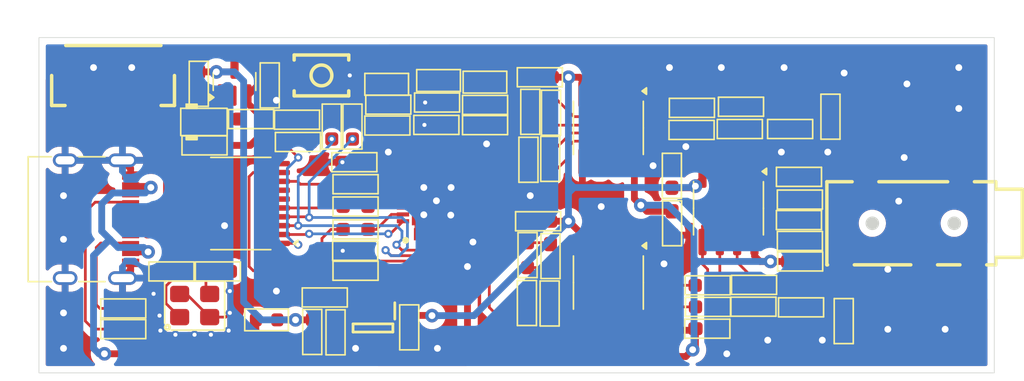
<source format=kicad_pcb>
(kicad_pcb (version 20241229) (generator "pcbnew") (generator_version "9.0")
  (layers (0 "F.Cu" signal) (2 "B.Cu" signal) (13 "F.Paste" user) (15 "B.Paste" user) (5 "F.SilkS" user "F.Silkscreen") (7 "B.SilkS" user "B.Silkscreen") (1 "F.Mask" user) (3 "B.Mask" user) (25 "Edge.Cuts" user))
  (net 0 "")
  (net 1 "/OSC_IN")
  (net 2 "GND")
  (net 3 "/OSC_OUT")
  (net 4 "+5V")
  (net 5 "+3.3V")
  (net 6 "/NRST")
  (net 7 "Net-(IC1-DVDD)")
  (net 8 "Net-(IC1-AVCC_L)")
  (net 9 "Net-(IC1-VCCA)")
  (net 10 "Net-(IC1-DVCC)")
  (net 11 "Net-(C17-Pad2)")
  (net 12 "/DACLB")
  (net 13 "/DACL")
  (net 14 "Net-(C18-Pad2)")
  (net 15 "Net-(C20-Pad2)")
  (net 16 "-5V")
  (net 17 "Net-(PS1-CFLY+)")
  (net 18 "Net-(PS1-CFLY-)")
  (net 19 "/DACRB")
  (net 20 "Net-(C19-Pad2)")
  (net 21 "/DACR")
  (net 22 "Net-(C22-Pad2)")
  (net 23 "Net-(U5A--)")
  (net 24 "Net-(U5A-+)")
  (net 25 "Net-(PS1-EN)")
  (net 26 "Net-(U5B--)")
  (net 27 "Net-(D3-A)")
  (net 28 "Net-(F1-Pad1)")
  (net 29 "Net-(C24-Pad2)")
  (net 30 "Net-(U5B-+)")
  (net 31 "Net-(C26-Pad2)")
  (net 32 "Net-(C27-Pad2)")
  (net 34 "/D-")
  (net 35 "/D+")
  (net 36 "/SWDIO")
  (net 37 "/SWCLK")
  (net 39 "/SCL")
  (net 41 "Net-(IC1-DATA_CLK)")
  (net 43 "/RESETB")
  (net 45 "/LRCK")
  (net 46 "/SCK")
  (net 47 "Net-(IC1-DATA2)")
  (net 49 "/DIN")
  (net 50 "/SDA")
  (net 51 "/BCK")
  (net 53 "Net-(J3-CC1)")
  (net 55 "Net-(J3-CC2)")
  (net 56 "Net-(IC1-ADDR)")
  (net 57 "Net-(IC1-XI(MCLK))")
  (net 59 "Net-(IC1-DATA1)")
  (footprint "PCM_Resistor_SMD_AKL:R_0603_1608Metric_Pad0.98x0.95mm_HandSolder" (layer "F.Cu") (at 121.221 36.5095 90)
    (property "Reference" "R16" (hide yes))
    (property "Value" "1k")
  )
  (footprint "PCM_Resistor_SMD_AKL:R_0603_1608Metric_Pad0.98x0.95mm_HandSolder" (layer "F.Cu") (at 106.999 29.3925)
    (property "Reference" "R5" (hide yes))
    (property "Value" "470")
  )
  (footprint "PCM_Resistor_SMD_AKL:R_0603_1608Metric_Pad0.98x0.95mm_HandSolder" (layer "F.Cu") (at 89.977 38.389)
    (property "Reference" "R3" (hide yes))
    (property "Value" "5.1k")
  )
  (footprint "PCM_Capacitor_SMD_AKL:C_0603_1608Metric_Pad1.05x0.95mm_HandSolder" (layer "F.Cu") (at 139.555 31.9205 180)
    (property "Reference" "C25" (hide yes))
    (property "Value" "?")
  )
  (footprint "PCM_Capacitor_SMD_AKL:C_0603_1608Metric_Pad1.05x0.95mm_HandSolder" (layer "F.Cu") (at 121.269 25.8985 90)
    (property "Reference" "C18" (hide yes))
    (property "Value" "2.7nF")
  )
  (footprint "PCM_Resistor_SMD_AKL:R_0603_1608Metric_Pad0.98x0.95mm_HandSolder" (layer "F.Cu") (at 119.602 32.9625 -90)
    (property "Reference" "R14" (hide yes))
    (property "Value" "1k")
  )
  (footprint "PCM_Capacitor_SMD_AKL:C_0603_1608Metric_Pad1.05x0.95mm_HandSolder" (layer "F.Cu") (at 136.155 36.7435)
    (property "Reference" "C24" (hide yes))
    (property "Value" "?")
  )
  (footprint "PCM_Resistor_SMD_AKL:R_0603_1608Metric_Pad0.98x0.95mm_HandSolder" (layer "F.Cu") (at 138.843 23.7095 180)
    (property "Reference" "R25" (hide yes))
    (property "Value" "51")
  )
  (footprint "PCM_Ferrite_SMD_Handsoldering_AKL:Ferrite_0603_1608Metric" (layer "F.Cu") (at 113.08 20.15)
    (property "Reference" "FB2" (hide yes))
    (property "Value" "120R" (hide yes))
  )
  (footprint "PCM_Resistor_SMD_AKL:R_0603_1608Metric_Pad0.98x0.95mm_HandSolder" (layer "F.Cu") (at 106.998 34.1095)
    (property "Reference" "R7" (hide yes))
    (property "Value" "470")
  )
  (footprint "PCM_Ferrite_SMD_Handsoldering_AKL:Ferrite_0603_1608Metric" (layer "F.Cu") (at 116.48 20.27 180)
    (property "Reference" "FB3" (hide yes))
    (property "Value" "120R" (hide yes))
  )
  (footprint "PCM_Capacitor_SMD_AKL:C_0603_1608Metric_Pad1.05x0.95mm_HandSolder" (layer "F.Cu") (at 112.974 21.7645)
    (property "Reference" "C9" (hide yes))
    (property "Value" "100nF")
  )
  (footprint "PCM_Resistor_SMD_AKL:R_0603_1608Metric_Pad0.98x0.95mm_HandSolder" (layer "F.Cu") (at 106.773 23.5305 90)
    (property "Reference" "R28" (hide yes))
    (property "Value" "4.7k")
  )
  (footprint "PCM_Fuse_US_Handsoldering_AKL:Fuse_0603_1608Metric" (layer "F.Cu") (at 100.48 37.71)
    (property "Reference" "F1" (hide yes))
    (property "Value" "500mA" (hide yes))
  )
  (footprint "PCM_Resistor_SMD_AKL:R_0603_1608Metric_Pad0.98x0.95mm_HandSolder" (layer "F.Cu") (at 103.8265 38.601 90)
    (property "Reference" "R8" (hide yes))
    (property "Value" "10k")
  )
  (footprint "PCM_Capacitor_SMD_AKL:C_0603_1608Metric_Pad1.05x0.95mm_HandSolder" (layer "F.Cu") (at 141.798 22.804 -90)
    (property "Reference" "C27" (hide yes))
    (property "Value" "100nF")
  )
  (footprint "PCM_Capacitor_SMD_AKL:C_0603_1608Metric_Pad1.05x0.95mm_HandSolder" (layer "F.Cu") (at 130.1925 30.623 90)
    (property "Reference" "C30" (hide yes))
    (property "Value" "100nF")
  )
  (footprint "PCM_Resistor_SMD_AKL:R_0603_1608Metric_Pad0.98x0.95mm_HandSolder" (layer "F.Cu") (at 106.999 27.7585)
    (property "Reference" "R4" (hide yes))
    (property "Value" "470")
  )
  (footprint "PCM_Capacitor_SMD_AKL:C_0603_1608Metric_Pad1.05x0.95mm_HandSolder" (layer "F.Cu") (at 93.511 34.1585 180)
    (property "Reference" "C1" (hide yes))
    (property "Value" "12pF")
  )
  (footprint "PCM_Capacitor_SMD_AKL:C_0603_1608Metric_Pad1.05x0.95mm_HandSolder" (layer "F.Cu") (at 95.933 24.9095)
    (property "Reference" "C13" (hide yes))
    (property "Value" "100nF")
  )
  (footprint "footprint:SOT95P280X125-6N" (layer "F.Cu") (at 108.275 38.305 -90)
    (property "Reference" "PS1" (hide yes))
    (property "Value" "SGM3204YN6G_TR" (hide yes))
  )
  (footprint "Package_SO:SOIC-8_3.9x4.9mm_P1.27mm" (layer "F.Cu") (at 125.525 34.975 -90)
    (property "Reference" "U4" (hide yes))
    (property "Value" "OPA1678")
  )
  (footprint "PCM_Capacitor_SMD_AKL:C_0603_1608Metric_Pad1.05x0.95mm_HandSolder" (layer "F.Cu") (at 135.155 23.7095)
    (property "Reference" "C22" (hide yes))
    (property "Value" "?")
  )
  (footprint "PCM_Resistor_SMD_AKL:R_0603_1608Metric_Pad0.98x0.95mm_HandSolder" (layer "F.Cu") (at 132.799 35.1775)
    (property "Reference" "R11" (hide yes))
    (property "Value" "1k")
  )
  (footprint "PCM_Capacitor_SMD_AKL:C_0603_1608Metric_Pad1.05x0.95mm_HandSolder" (layer "F.Cu") (at 105.533 38.6265 90)
    (property "Reference" "C14" (hide yes))
    (property "Value" "4.7uF")
  )
  (footprint "PCM_Capacitor_SMD_AKL:C_0603_1608Metric_Pad1.05x0.95mm_HandSolder" (layer "F.Cu") (at 130.177 27.1435 90)
    (property "Reference" "C33" (hide yes))
    (property "Value" "100nF")
  )
  (footprint "PCM_Capacitor_SMD_AKL:C_0603_1608Metric_Pad1.05x0.95mm_HandSolder" (layer "F.Cu") (at 120.502 19.9095 180)
    (property "Reference" "C31" (hide yes))
    (property "Value" "100nF")
  )
  (footprint "PCM_Capacitor_SMD_AKL:C_0603_1608Metric_Pad1.05x0.95mm_HandSolder" (layer "F.Cu") (at 100.711 20.5095 -90)
    (property "Reference" "C4" (hide yes))
    (property "Value" "10uF")
  )
  (footprint "PCM_Capacitor_SMD_AKL:C_0603_1608Metric_Pad1.05x0.95mm_HandSolder" (layer "F.Cu") (at 139.555 28.8865 180)
    (property "Reference" "C23" (hide yes))
    (property "Value" "?")
  )
  (footprint "PCM_Capacitor_SMD_AKL:C_0603_1608Metric_Pad1.05x0.95mm_HandSolder" (layer "F.Cu") (at 119.803 22.4475 -90)
    (property "Reference" "C17" (hide yes))
    (property "Value" "2.7nF")
  )
  (footprint "PCM_Resistor_SMD_AKL:R_0603_1608Metric_Pad0.98x0.95mm_HandSolder" (layer "F.Cu") (at 139.489 27.2185 180)
    (property "Reference" "R21" (hide yes))
    (property "Value" "1k")
  )
  (footprint "PCM_Capacitor_SMD_AKL:C_0603_1608Metric_Pad1.05x0.95mm_HandSolder" (layer "F.Cu") (at 116.489 21.9395 180)
    (property "Reference" "C7" (hide yes))
    (property "Value" "10uF")
  )
  (footprint "1MyLibrary:AUDIO-IN-SMD_PJ-327A_C22355751" (layer "F.Cu") (at 147.415 30.625 180)
    (property "Reference" "PJ1" (hide yes))
    (property "Value" "~")
    (fp_poly (pts (xy 3.05 0) (xy 3.029746 -0.140866) (xy 2.970627 -0.27032) (xy 2.87743 -0.377875) (xy 2.757708 -0.454816) (xy 2.621157 -0.494911) (xy 2.478843 -0.494911) (xy 2.342292 -0.454816) (xy 2.22257 -0.377875) (xy 2.129373 -0.27032) (xy 2.070254 -0.140866) (xy 2.05 0) (xy 2.070254 0.140866) (xy 2.129373 0.27032) (xy 2.22257 0.377875) (xy 2.342292 0.454816) (xy 2.478843 0.494911) (xy 2.621157 0.494911) (xy 2.757708 0.454816) (xy 2.87743 0.377875) (xy 2.970627 0.27032) (xy 3.029746 0.140866)) (fill yes) (layer "Edge.Cuts"))
    (fp_poly (pts (xy -2.95 0) (xy -2.970254 -0.140866) (xy -3.029373 -0.27032) (xy -3.12257 -0.377875) (xy -3.242292 -0.454816) (xy -3.378843 -0.494911) (xy -3.521157 -0.494911) (xy -3.657708 -0.454816) (xy -3.77743 -0.377875) (xy -3.870627 -0.27032) (xy -3.929746 -0.140866) (xy -3.95 0) (xy -3.929746 0.140866) (xy -3.870627 0.27032) (xy -3.77743 0.377875) (xy -3.657708 0.454816) (xy -3.521157 0.494911) (xy -3.378843 0.494911) (xy -3.242292 0.454816) (xy -3.12257 0.377875) (xy -3.029373 0.27032) (xy -2.970254 0.140866)) (fill yes) (layer "Edge.Cuts"))
  )
  (footprint "PCM_Capacitor_SMD_AKL:C_0603_1608Metric_Pad1.05x0.95mm_HandSolder" (layer "F.Cu") (at 109.333 23.4525)
    (property "Reference" "C12" (hide yes))
    (property "Value" "10uF")
  )
  (footprint "PCM_Resistor_SMD_AKL:R_0603_1608Metric_Pad0.98x0.95mm_HandSolder" (layer "F.Cu") (at 135.243 22.0755)
    (property "Reference" "R23" (hide yes))
    (property "Value" "1k")
  )
  (footprint "PCM_Resistor_SMD_AKL:R_0603_1608Metric_Pad0.98x0.95mm_HandSolder" (layer "F.Cu") (at 131.643 22.1585)
    (property "Reference" "R22" (hide yes))
    (property "Value" "1k")
  )
  (footprint "PCM_Capacitor_SMD_AKL:C_0603_1608Metric_Pad1.05x0.95mm_HandSolder" (layer "F.Cu") (at 102.711 23.0265)
    (property "Reference" "C5" (hide yes))
    (property "Value" "100nF")
  )
  (footprint "PCM_Resistor_SMD_AKL:R_0603_1608Metric_Pad0.98x0.95mm_HandSolder" (layer "F.Cu") (at 119.669 25.9645 90)
    (property "Reference" "R12" (hide yes))
    (property "Value" "1k")
  )
  (footprint "PCM_Resistor_SMD_AKL:R_0603_1608Metric_Pad0.98x0.95mm_HandSolder" (layer "F.Cu") (at 139.643 36.7925 180)
    (property "Reference" "R24" (hide yes))
    (property "Value" "51")
  )
  (footprint "PCM_Resistor_SMD_AKL:R_0603_1608Metric_Pad0.98x0.95mm_HandSolder" (layer "F.Cu") (at 131.621 23.7775)
    (property "Reference" "R20" (hide yes))
    (property "Value" "1k")
  )
  (footprint "PCM_Capacitor_SMD_AKL:C_0603_1608Metric_Pad1.05x0.95mm_HandSolder" (layer "F.Cu") (at 121.285 33.0285 -90)
    (property "Reference" "C19" (hide yes))
    (property "Value" "2.7nF")
  )
  (footprint "PCM_Capacitor_SMD_AKL:C_0603_1608Metric_Pad1.05x0.95mm_HandSolder" (layer "F.Cu") (at 120.377 30.4755 180)
    (property "Reference" "C29" (hide yes))
    (property "Value" "100nF")
  )
  (footprint "PCM_Capacitor_SMD_AKL:C_0603_1608Metric_Pad1.05x0.95mm_HandSolder" (layer "F.Cu") (at 109.399 21.9205)
    (property "Reference" "C11" (hide yes))
    (property "Value" "100nF")
  )
  (footprint "PCM_LED_SMD_AKL:LED_0805_2012Metric" (layer "F.Cu") (at 95.89 23.19)
    (property "Reference" "D3" (hide yes))
    (property "Value" "Power" (hide yes))
  )
  (footprint "PCM_Ferrite_SMD_Handsoldering_AKL:Ferrite_0603_1608Metric" (layer "F.Cu") (at 109.28 20.43)
    (property "Reference" "FB1" (hide yes))
    (property "Value" "120R" (hide yes))
  )
  (footprint "PCM_Capacitor_SMD_AKL:C_0603_1608Metric_Pad1.05x0.95mm_HandSolder" (layer "F.Cu") (at 112.921 23.4085)
    (property "Reference" "C10" (hide yes))
    (property "Value" "10uF")
  )
  (footprint "PCM_Resistor_SMD_AKL:R_0603_1608Metric_Pad0.98x0.95mm_HandSolder" (layer "F.Cu") (at 132.821 36.7585)
    (property "Reference" "R13" (hide yes))
    (property "Value" "1k")
  )
  (footprint "PCM_Resistor_SMD_AKL:R_0603_1608Metric_Pad0.98x0.95mm_HandSolder" (layer "F.Cu") (at 105.256 23.5305 90)
    (property "Reference" "R27" (hide yes))
    (property "Value" "4.7k")
  )
  (footprint "PCM_Resistor_SMD_AKL:R_0603_1608Metric_Pad0.98x0.95mm_HandSolder" (layer "F.Cu") (at 106.9735 32.643)
    (property "Reference" "R26" (hide yes))
    (property "Value" "10k")
  )
  (footprint "PCM_Resistor_SMD_AKL:R_0603_1608Metric_Pad0.98x0.95mm_HandSolder" (layer "F.Cu") (at 121.32 22.5135 -90)
    (property "Reference" "R10" (hide yes))
    (property "Value" "1k")
  )
  (footprint "PCM_Resistor_SMD_AKL:R_0603_1608Metric_Pad0.98x0.95mm_HandSolder" (layer "F.Cu") (at 89.977 36.872)
    (property "Reference" "R2" (hide yes))
    (property "Value" "5.1k")
  )
  (footprint "PCM_Resistor_SMD_AKL:R_0603_1608Metric_Pad0.98x0.95mm_HandSolder" (layer "F.Cu") (at 136.199 35.1435)
    (property "Reference" "R9" (hide yes))
    (property "Value" "1k")
  )
  (footprint "1MyLibrary:SW-SMD_L4.0-W3.0-LS4.8-1" (layer "F.Cu") (at 104.5001 19.7769)
    (property "Reference" "SW1" (hide yes))
    (property "Value" "RST")
  )
  (footprint "PCM_Capacitor_SMD_AKL:C_0603_1608Metric_Pad1.05x0.95mm_HandSolder" (layer "F.Cu") (at 96.911 34.1585)
    (property "Reference" "C2" (hide yes))
    (property "Value" "12pF")
  )
  (footprint "Connector_USB:USB_C_Receptacle_G-Switch_GT-USB-7010ASV" (layer "F.Cu") (at 86.795 30.325 -90)
    (property "Reference" "J3" (hide yes))
    (property "Value" "USB_C_Receptacle_USB2.0_16P")
  )
  (footprint "PCM_Resistor_SMD_AKL:R_0603_1608Metric_Pad0.98x0.95mm_HandSolder" (layer "F.Cu") (at 106.999 31.0755)
    (property "Reference" "R6" (hide yes))
    (property "Value" "470")
  )
  (footprint "PCM_Capacitor_SMD_AKL:C_0603_1608Metric_Pad1.05x0.95mm_HandSolder" (layer "F.Cu") (at 106.911 26.1435 180)
    (property "Reference" "C6" (hide yes))
    (property "Value" "2.2uF")
  )
  (footprint "PCM_Resistor_SMD_AKL:R_0603_1608Metric_Pad0.98x0.95mm_HandSolder" (layer "F.Cu") (at 99.3435 22.979 180)
    (property "Reference" "R18" (hide yes))
    (property "Value" "10k")
  )
  (footprint "PCM_Capacitor_SMD_AKL:C_0603_1608Metric_Pad1.05x0.95mm_HandSolder" (layer "F.Cu") (at 139.577 33.4265 180)
    (property "Reference" "C32" (hide yes))
    (property "Value" "100nF")
  )
  (footprint "PCM_Capacitor_SMD_AKL:C_0603_1608Metric_Pad1.05x0.95mm_HandSolder" (layer "F.Cu") (at 142.77 37.802 90)
    (property "Reference" "C26" (hide yes))
    (property "Value" "100nF")
  )
  (footprint "PCM_Capacitor_SMD_AKL:C_0603_1608Metric_Pad1.05x0.95mm_HandSolder" (layer "F.Cu") (at 110.933 38.2605 -90)
    (property "Reference" "C16" (hide yes))
    (property "Value" "4.7uF")
  )
  (footprint "Package_TO_SOT_SMD:SOT-23" (layer "F.Cu") (at 98.13 20.225 90)
    (property "Reference" "U2" (hide yes))
    (property "Value" "ME6210A33M3G")
  )
  (footprint "PCM_Resistor_SMD_AKL:R_0603_1608Metric_Pad0.98x0.95mm_HandSolder" (layer "F.Cu") (at 102.777 24.6605)
    (property "Reference" "R1" (hide yes))
    (property "Value" "10k")
  )
  (footprint "PCM_Crystal_AKL:Crystal_SMD_3225-4Pin_3.2x2.5mm" (layer "F.Cu") (at 95.21 36.66)
    (property "Reference" "X1" (hide yes))
    (property "Value" "8M" (hide yes))
  )
  (footprint "PCM_Capacitor_SMD_AKL:C_0603_1608Metric_Pad1.05x0.95mm_HandSolder" (layer "F.Cu") (at 116.489 23.4225 180)
    (property "Reference" "C8" (hide yes))
    (property "Value" "100nF")
  )
  (footprint "PCM_Capacitor_SMD_AKL:C_0603_1608Metric_Pad1.05x0.95mm_HandSolder" (layer "F.Cu") (at 104.7435 36.067 180)
    (property "Reference" "C15" (hide yes))
    (property "Value" "4.7uF")
  )
  (footprint "footprint:SM07B-SRSS-TB" (layer "F.Cu") (at 93.731 17.58233 180)
    (property "Reference" "J1" (hide yes))
    (property "Value" "SM07B-SRSS-TB__LF__SN_" (hide yes))
  )
  (footprint "PCM_Capacitor_SMD_AKL:C_0603_1608Metric_Pad1.05x0.95mm_HandSolder" (layer "F.Cu") (at 132.777 38.3585 180)
    (property "Reference" "C28" (hide yes))
    (property "Value" "100nF")
  )
  (footprint "Package_SO:TSSOP-20_4.4x6.5mm_P0.65mm" (layer "F.Cu") (at 98.59 29.175 180)
    (property "Reference" "U1" (hide yes))
    (property "Value" "CH32V305FBP6")
  )
  (footprint "PCM_Resistor_SMD_AKL:R_0603_1608Metric_Pad0.98x0.95mm_HandSolder" (layer "F.Cu") (at 139.489 30.3885 180)
    (property "Reference" "R15" (hide yes))
    (property "Value" "1k")
  )
  (footprint "PCM_Capacitor_SMD_AKL:C_0603_1608Metric_Pad1.05x0.95mm_HandSolder" (layer "F.Cu") (at 119.555 36.4755 90)
    (property "Reference" "C20" (hide yes))
    (property "Value" "2.7nF")
  )
  (footprint "PCM_Capacitor_SMD_AKL:C_0603_1608Metric_Pad1.05x0.95mm_HandSolder" (layer "F.Cu") (at 95.511 20.3925 -90)
    (property "Reference" "C3" (hide yes))
    (property "Value" "10uF")
  )
  (footprint "footprint:QFN50P500X500X90-29N-D" (layer "F.Cu") (at 112.925 28.975 90)
    (property "Reference" "IC1" (hide yes))
    (property "Value" "ES9018K2M" (hide yes))
  )
  (footprint "Package_SO:SOIC-8_3.9x4.9mm_P1.27mm" (layer "F.Cu") (at 125.525 23.625 -90)
    (property "Reference" "U3" (hide yes))
    (property "Value" "OPA1678")
  )
  (footprint "Package_SO:SOIC-8_3.9x4.9mm_P1.27mm" (layer "F.Cu") (at 134.325 29.525 -90)
    (property "Reference" "U5" (hide yes))
    (property "Value" "OPA1678")
  )
  (gr_rect (start 83.8 17) (end 153.8 41.6) (stroke (width 0.05)) (fill no) (layer "Edge.Cuts"))
  (segment (start 96.85 31.45) (end 97.2 31.8) (width 0.2) (layer "F.Cu") (net 1))
  (segment (start 96.036 34.1585) (end 96.036 35.536) (width 0.2) (layer "F.Cu") (net 1))
  (segment (start 97.2 32.9945) (end 96.036 34.1585) (width 0.2) (layer "F.Cu") (net 1))
  (segment (start 96.036 35.536) (end 96.31 35.81) (width 0.2) (layer "F.Cu") (net 1))
  (segment (start 97.2 31.8) (end 97.2 32.9945) (width 0.2) (layer "F.Cu") (net 1))
  (segment (start 95.7275 31.45) (end 96.85 31.45) (width 0.2) (layer "F.Cu") (net 1))
  (segment (start 92.636 37.4) (end 92.636 38.436) (width 0.2) (layer "F.Cu") (net 2))
  (segment (start 94.11 35.81) (end 94.61 35.81) (width 0.2) (layer "F.Cu") (net 2))
  (segment (start 92.7 38.5) (end 93 38.8) (width 0.2) (layer "F.Cu") (net 2))
  (segment (start 97.476 37.51) (end 97.786 37.2) (width 0.2) (layer "F.Cu") (net 2))
  (segment (start 92.2 36.964) (end 92.636 37.4) (width 0.2) (layer "F.Cu") (net 2))
  (segment (start 97.786 37.2) (end 97.786 35.6) (width 0.2) (layer "F.Cu") (net 2))
  (segment (start 90.52 27.125) (end 90.52 26.605) (width 0.5) (layer "F.Cu") (net 2))
  (segment (start 97.786 35.6) (end 97.786 34.1585) (width 0.2) (layer "F.Cu") (net 2))
  (segment (start 97.786 38.414) (end 97.7 38.5) (width 0.2) (layer "F.Cu") (net 2))
  (segment (start 97.4 38.8) (end 97.7 38.5) (width 0.2) (layer "F.Cu") (net 2))
  (segment (start 111.425 30.475) (end 112.925 28.975) (width 0.2) (layer "F.Cu") (net 2))
  (segment (start 92.636 34.1585) (end 92.2 34.5945) (width 0.2) (layer "F.Cu") (net 2))
  (segment (start 90.52 26.605) (end 89.92 26.005) (width 0.5) (layer "F.Cu") (net 2))
  (segment (start 113.975 30.025) (end 112.925 28.975) (width 0.2) (layer "F.Cu") (net 2))
  (segment (start 113.425 28.475) (end 112.925 28.975) (width 0.2) (layer "F.Cu") (net 2))
  (segment (start 96.31 37.51) (end 97.476 37.51) (width 0.2) (layer "F.Cu") (net 2))
  (segment (start 115.375 30.475) (end 114.425 30.475) (width 0.2) (layer "F.Cu") (net 2))
  (segment (start 114.425 30.475) (end 113.975 30.025) (width 0.2) (layer "F.Cu") (net 2))
  (segment (start 93.8 38.8) (end 95.2 38.8) (width 0.2) (layer "F.Cu") (net 2))
  (segment (start 111.925 26.525) (end 111.925 27.975) (width 0.2) (layer "F.Cu") (net 2))
  (segment (start 115.375 30.475) (end 115.375 31.775) (width 0.2) (layer "F.Cu") (net 2))
  (segment (start 92.2 35.8) (end 92.2 36.964) (width 0.2) (layer "F.Cu") (net 2))
  (segment (start 95.7275 30.8) (end 97.4 30.8) (width 0.5) (layer "F.Cu") (net 2))
  (segment (start 96.4 38.8) (end 97.4 38.8) (width 0.2) (layer "F.Cu") (net 2))
  (segment (start 90.52 33.525) (end 90.52 34.045) (width 0.5) (layer "F.Cu") (net 2))
  (segment (start 115.375 31.775) (end 115.6 32) (width 0.2) (layer "F.Cu") (net 2))
  (segment (start 90.52 34.045) (end 89.92 34.645) (width 0.5) (layer "F.Cu") (net 2))
  (segment (start 115.375 28.975) (end 112.925 28.975) (width 0.2) (layer "F.Cu") (net 2))
  (segment (start 95.2 38.8) (end 96.4 38.8) (width 0.2) (layer "F.Cu") (net 2))
  (segment (start 115.375 28.475) (end 113.425 28.475) (width 0.2) (layer "F.Cu") (net 2))
  (segment (start 94.61 35.81) (end 96.31 37.51) (width 0.2) (layer "F.Cu") (net 2))
  (segment (start 92.636 38.436) (end 92.7 38.5) (width 0.2) (layer "F.Cu") (net 2))
  (segment (start 97.786 37.2) (end 97.786 38.414) (width 0.2) (layer "F.Cu") (net 2))
  (segment (start 93 38.8) (end 93.8 38.8) (width 0.2) (layer "F.Cu") (net 2))
  (segment (start 92.2 34.5945) (end 92.2 35.8) (width 0.2) (layer "F.Cu") (net 2))
  (segment (start 111.425 31.425) (end 111.425 30.475) (width 0.2) (layer "F.Cu") (net 2))
  (segment (start 111.925 27.975) (end 112.925 28.975) (width 0.2) (layer "F.Cu") (net 2))
  (via (at 141.2 39.2) (size 1) (drill 0.5) (layers "F.Cu" "B.Cu") (net 2))
  (via (at 92.636 37.4) (size 0.6) (drill 0.3) (layers "F.Cu" "B.Cu") (net 2))
  (via (at 90.6 19.2) (size 1) (drill 0.5) (layers "F.Cu" "B.Cu") (net 2))
  (via (at 112.099 21.7645) (size 0.6) (drill 0.3) (layers "F.Cu" "B.Cu") (net 2))
  (via (at 92.7 38.5) (size 0.6) (drill 0.3) (layers "F.Cu" "B.Cu") (net 2))
  (via (at 142.8 19.6) (size 1) (drill 0.5) (layers "F.Cu" "B.Cu") (net 2))
  (via (at 138.2 25.4) (size 1) (drill 0.5) (layers "F.Cu" "B.Cu") (net 2))
  (via (at 109.4 25.4) (size 1) (drill 0.5) (layers "F.Cu" "B.Cu") (net 2))
  (via (at 113 39.8) (size 1) (drill 0.5) (layers "F.Cu" "B.Cu") (net 2))
  (via (at 151.2 19.2) (size 1) (drill 0.5) (layers "F.Cu" "B.Cu") (net 2))
  (via (at 146 34) (size 1) (drill 0.5) (layers "F.Cu" "B.Cu") (net 2))
  (via (at 134.2 40.2) (size 1) (drill 0.5) (layers "F.Cu" "B.Cu") (net 2))
  (via (at 101.2 35.6) (size 1) (drill 0.5) (layers "F.Cu" "B.Cu") (net 2))
  (via (at 133.8 19.2) (size 1) (drill 0.5) (layers "F.Cu" "B.Cu") (net 2))
  (via (at 115.6 32) (size 1) (drill 0.5) (layers "F.Cu" "B.Cu") (net 2))
  (via (at 137.2 39.2) (size 1) (drill 0.5) (layers "F.Cu" "B.Cu") (net 2))
  (via (at 129.6 33.6) (size 1) (drill 0.5) (layers "F.Cu" "B.Cu") (net 2))
  (via (at 113.975 30.025) (size 1) (drill 0.5) (layers "F.Cu" "B.Cu") (net 2))
  (via (at 101.2 21.6) (size 1) (drill 0.5) (layers "F.Cu" "B.Cu") (net 2))
  (via (at 97.7 38.5) (size 0.6) (drill 0.3) (layers "F.Cu" "B.Cu") (net 2))
  (via (at 96.4 38.8) (size 0.6) (drill 0.3) (layers "F.Cu" "B.Cu") (net 2))
  (via (at 114 28) (size 1) (drill 0.5) (layers "F.Cu" "B.Cu") (net 2))
  (via (at 147.2 25.8) (size 1) (drill 0.5) (layers "F.Cu" "B.Cu") (net 2))
  (via (at 93.8 38.8) (size 0.6) (drill 0.3) (layers "F.Cu" "B.Cu") (net 2))
  (via (at 106.5752 19.7769) (size 0.6) (drill 0.3) (layers "F.Cu" "B.Cu") (net 2))
  (via (at 92.2 35.8) (size 0.6) (drill 0.3) (layers "F.Cu" "B.Cu") (net 2))
  (via (at 85.6 39.8) (size 1) (drill 0.5) (layers "F.Cu" "B.Cu") (net 2))
  (via (at 115.2 33.8) (size 1) (drill 0.5) (layers "F.Cu" "B.Cu") (net 2))
  (via (at 119.8 28.6) (size 1) (drill 0.5) (layers "F.Cu" "B.Cu") (net 2))
  (via (at 130 19.2) (size 1) (drill 0.5) (layers "F.Cu" "B.Cu") (net 2))
  (via (at 150.2 38.4) (size 1) (drill 0.5) (layers "F.Cu" "B.Cu") (net 2))
  (via (at 95.2 38.8) (size 0.6) (drill 0.3) (layers "F.Cu" "B.Cu") (net 2))
  (via (at 97.786 37.2) (size 0.6) (drill 0.3) (layers "F.Cu" "B.Cu") (net 2))
  (via (at 107 39.8) (size 1) (drill 0.5) (layers "F.Cu" "B.Cu") (net 2))
  (via (at 151.2 22.2) (size 1) (drill 0.5) (layers "F.Cu" "B.Cu") (net 2))
  (via (at 106.036 26.1435) (size 0.6) (drill 0.3) (layers "F.Cu" "B.Cu") (net 2))
  (via (at 85.6 37.2) (size 1) (drill 0.5) (layers "F.Cu" "B.Cu") (net 2))
  (via (at 138.4 19.2) (size 1) (drill 0.5) (layers "F.Cu" "B.Cu") (net 2))
  (via (at 146 38.4) (size 1) (drill 0.5) (layers "F.Cu" "B.Cu") (net 2))
  (via (at 97.786 35.6) (size 0.6) (drill 0.3) (layers "F.Cu" "B.Cu") (net 2))
  (via (at 87.8 19.2) (size 1) (drill 0.5) (layers "F.Cu" "B.Cu") (net 2))
  (via (at 112.046 23.4085) (size 0.6) (drill 0.3) (layers "F.Cu" "B.Cu") (net 2))
  (via (at 125 29.4) (size 1) (drill 0.5) (layers "F.Cu" "B.Cu") (net 2))
  (via (at 112 30) (size 1) (drill 0.5) (layers "F.Cu" "B.Cu") (net 2))
  (via (at 85.6 31.8) (size 1) (drill 0.5) (layers "F.Cu" "B.Cu") (net 2))
  (via (at 128.8 26.4) (size 1) (drill 0.5) (layers "F.Cu" "B.Cu") (net 2))
  (via (at 97.4 30.8) (size 1) (drill 0.5) (layers "F.Cu" "B.Cu") (net 2))
  (via (at 112.925 28.975) (size 1) (drill 0.5) (layers "F.Cu" "B.Cu") (net 2))
  (via (at 85.6 28.6) (size 1) (drill 0.5) (layers "F.Cu" "B.Cu") (net 2))
  (via (at 116.6 24.8) (size 1) (drill 0.5) (layers "F.Cu" "B.Cu") (net 2))
  (via (at 131.2 25) (size 1) (drill 0.5) (layers "F.Cu" "B.Cu") (net 2))
  (via (at 146.8 29) (size 1) (drill 0.5) (layers "F.Cu" "B.Cu") (net 2))
  (via (at 141.6 25.4) (size 1) (drill 0.5) (layers "F.Cu" "B.Cu") (net 2))
  (via (at 147.4 20.4) (size 1) (drill 0.5) (layers "F.Cu" "B.Cu") (net 2))
  (via (at 112 28) (size 1) (drill 0.5) (layers "F.Cu" "B.Cu") (net 2))
  (via (at 106.061 32.643) (size 0.6) (drill 0.3) (layers "F.Cu" "B.Cu") (net 2))
  (segment (start 95.7275 32.1) (end 94.9 32.1) (width 0.2) (layer "F.Cu") (net 3))
  (segment (start 93.109 35.22484) (end 93.109 36.509) (width 0.2) (layer "F.Cu") (net 3))
  (segment (start 94.17534 34.1585) (end 93.109 35.22484) (width 0.2) (layer "F.Cu") (net 3))
  (segment (start 94.9 32.1) (end 94.386 32.614) (width 0.2) (layer "F.Cu") (net 3))
  (segment (start 93.109 36.509) (end 94.11 37.51) (width 0.2) (layer "F.Cu") (net 3))
  (segment (start 94.386 32.614) (end 94.386 34.1585) (width 0.2) (layer "F.Cu") (net 3))
  (segment (start 94.386 34.1585) (end 94.17534 34.1585) (width 0.2) (layer "F.Cu") (net 3))
  (segment (start 108 35.6) (end 108.55 35.6) (width 0.5) (layer "F.Cu") (net 4))
  (segment (start 127.43 27.125) (end 127.43 28.83) (width 0.5) (layer "F.Cu") (net 4))
  (segment (start 127.9 29.3) (end 128.348 29.748) (width 0.5) (layer "F.Cu") (net 4))
  (segment (start 108.275 35.875) (end 108.275 37.055) (width 0.5) (layer "F.Cu") (net 4))
  (segment (start 131.2 40.4) (end 115.8 40.4) (width 0.5) (layer "F.Cu") (net 4))
  (segment (start 131.7 39.9) (end 131.2 40.4) (width 0.5) (layer "F.Cu") (net 4))
  (segment (start 131.902 39.698) (end 131.7 39.9) (width 0.5) (layer "F.Cu") (net 4))
  (segment (start 128.348 29.748) (end 130.1925 29.748) (width 0.5) (layer "F.Cu") (net 4))
  (segment (start 115.2 36.2) (end 114.6 35.6) (width 0.5) (layer "F.Cu") (net 4))
  (segment (start 97.9 19.5175) (end 98.13 19.2875) (width 0.5) (layer "F.Cu") (net 4))
  (segment (start 96.8 19.5175) (end 97.9 19.5175) (width 0.5) (layer "F.Cu") (net 4))
  (segment (start 105.6185 36.067) (end 106.0855 35.6) (width 0.5) (layer "F.Cu") (net 4))
  (segment (start 103.997 37.6885) (end 105.6185 36.067) (width 0.5) (layer "F.Cu") (net 4))
  (segment (start 95.511 19.5175) (end 96.8 19.5175) (width 0.5) (layer "F.Cu") (net 4))
  (segment (start 136.6315 33.4265) (end 136.23 33.025) (width 0.5) (layer "F.Cu") (net 4))
  (segment (start 127.43 38.475) (end 131.7855 38.475) (width 0.5) (layer "F.Cu") (net 4))
  (segment (start 115.8 40.4) (end 115.2 39.8) (width 0.5) (layer "F.Cu") (net 4))
  (segment (start 108.55 35.6) (end 108.275 35.875) (width 0.5) (layer "F.Cu") (net 4))
  (segment (start 131.902 38.3585) (end 131.902 39.698) (width 0.5) (layer "F.Cu") (net 4))
  (segment (start 103.8265 37.6885) (end 103.997 37.6885) (width 0.5) (layer "F.Cu") (net 4))
  (segment (start 115.2 39.8) (end 115.2 36.2) (width 0.5) (layer "F.Cu") (net 4))
  (segment (start 127.43 28.83) (end 127.9 29.3) (width 0.5) (layer "F.Cu") (net 4))
  (segment (start 108 35.6) (end 108.275 35.875) (width 0.5) (layer "F.Cu") (net 4))
  (segment (start 114.6 35.6) (end 108.55 35.6) (width 0.5) (layer "F.Cu") (net 4))
  (segment (start 103.805 37.71) (end 103.8265 37.6885) (width 0.5) (layer "F.Cu") (net 4))
  (segment (start 102.6 37.71) (end 103.805 37.71) (width 0.5) (layer "F.Cu") (net 4))
  (segment (start 101.2675 37.71) (end 102.6 37.71) (width 0.5) (layer "F.Cu") (net 4))
  (segment (start 137.4 33.4265) (end 136.6315 33.4265) (width 0.5) (layer "F.Cu") (net 4))
  (segment (start 131.7855 38.475) (end 131.902 38.3585) (width 0.5) (layer "F.Cu") (net 4))
  (segment (start 138.702 33.4265) (end 137.4 33.4265) (width 0.5) (layer "F.Cu") (net 4))
  (segment (start 106.0855 35.6) (end 108 35.6) (width 0.5) (layer "F.Cu") (net 4))
  (via (at 102.6 37.71) (size 1) (drill 0.5) (layers "F.Cu" "B.Cu") (net 4))
  (via (at 137.4 33.4265) (size 1) (drill 0.5) (layers "F.Cu" "B.Cu") (net 4))
  (via (at 131.7 39.9) (size 1) (drill 0.5) (layers "F.Cu" "B.Cu") (net 4))
  (via (at 127.9 29.3) (size 1) (drill 0.5) (layers "F.Cu" "B.Cu") (net 4))
  (via (at 96.8 19.5175) (size 1) (drill 0.5) (layers "F.Cu" "B.Cu") (net 4))
  (segment (start 132.0265 33.4265) (end 131.8 33.2) (width 0.5) (layer "B.Cu") (net 4))
  (segment (start 131.7 39.9) (end 131.8 39.8) (width 0.5) (layer "B.Cu") (net 4))
  (segment (start 131.8 33.2) (end 131.8 31.2) (width 0.5) (layer "B.Cu") (net 4))
  (segment (start 131.8 33.8) (end 131.8 33.2) (width 0.5) (layer "B.Cu") (net 4))
  (segment (start 98.8 36.4) (end 98.8 20.2) (width 0.5) (layer "B.Cu") (net 4))
  (segment (start 129.9 29.3) (end 127.9 29.3) (width 0.5) (layer "B.Cu") (net 4))
  (segment (start 98.8 20.2) (end 98.1175 19.5175) (width 0.5) (layer "B.Cu") (net 4))
  (segment (start 131.8 39.8) (end 131.8 33.8) (width 0.5) (layer "B.Cu") (net 4))
  (segment (start 98.1175 19.5175) (end 96.8 19.5175) (width 0.5) (layer "B.Cu") (net 4))
  (segment (start 132.0265 33.4265) (end 132.0265 33.5735) (width 0.5) (layer "B.Cu") (net 4))
  (segment (start 100.11 37.71) (end 98.8 36.4) (width 0.5) (layer "B.Cu") (net 4))
  (segment (start 102.6 37.71) (end 100.11 37.71) (width 0.5) (layer "B.Cu") (net 4))
  (segment (start 137.4 33.4265) (end 132.0265 33.4265) (width 0.5) (layer "B.Cu") (net 4))
  (segment (start 132.0265 33.5735) (end 131.8 33.8) (width 0.5) (layer "B.Cu") (net 4))
  (segment (start 131.8 31.2) (end 129.9 29.3) (width 0.5) (layer "B.Cu") (net 4))
  (segment (start 111.4 18.6) (end 112 19.2) (width 0.5) (layer "F.Cu") (net 5))
  (segment (start 97.2 25.3015) (end 96.808 24.9095) (width 0.5) (layer "F.Cu") (net 5))
  (segment (start 99.08 21.1625) (end 99.08 21.803) (width 0.5) (layer "F.Cu") (net 5))
  (segment (start 97.2 27.8) (end 97.2 25.3015) (width 0.5) (layer "F.Cu") (net 5))
  (segment (start 106.773 22.1495) (end 108.4925 20.43) (width 0.5) (layer "F.Cu") (net 5))
  (segment (start 105.256 22.618) (end 106.773 22.618) (width 0.5) (layer "F.Cu") (net 5))
  (segment (start 100.711 19.6345) (end 100.711 18.489) (width 0.5) (layer "F.Cu") (net 5))
  (segment (start 99.08 21.803) (end 100.256 22.979) (width 0.5) (layer "F.Cu") (net 5))
  (segment (start 112.2925 20.15) (end 112.2925 19.5075) (width 0.5) (layer "F.Cu") (net 5))
  (segment (start 108.4925 19.3075) (end 108.9 18.9) (width 0.5) (layer "F.Cu") (net 5))
  (segment (start 113.2 18.6) (end 116.4 18.6) (width 0.5) (layer "F.Cu") (net 5))
  (segment (start 108.4925 20.43) (end 108.4925 19.3075) (width 0.5) (layer "F.Cu") (net 5))
  (segment (start 108.9 18.9) (end 109.2 18.6) (width 0.5) (layer "F.Cu") (net 5))
  (segment (start 112 19.2) (end 112.6 19.2) (width 0.5) (layer "F.Cu") (net 5))
  (segment (start 100.711 18.489) (end 101.2 18) (width 0.5) (layer "F.Cu") (net 5))
  (segment (start 106.773 22.618) (end 106.773 22.1495) (width 0.5) (layer "F.Cu") (net 5))
  (segment (start 112.7 19.1) (end 113.2 18.6) (width 0.5) (layer "F.Cu") (net 5))
  (segment (start 109 18.4) (end 109.2 18.6) (width 0.5) (layer "F.Cu") (net 5))
  (segment (start 109.2 18.6) (end 111.4 18.6) (width 0.5) (layer "F.Cu") (net 5))
  (segment (start 112.6 19.2) (end 112.7 19.1) (width 0.5) (layer "F.Cu") (net 5))
  (segment (start 103.6895 24.428266) (end 105.256 22.861766) (width 0.5) (layer "F.Cu") (net 5))
  (segment (start 112 19.2) (end 112.2925 19.4925) (width 0.5) (layer "F.Cu") (net 5))
  (segment (start 105.256 22.861766) (end 105.256 22.618) (width 0.5) (layer "F.Cu") (net 5))
  (segment (start 109 18.4) (end 109 18.8) (width 0.5) (layer "F.Cu") (net 5))
  (segment (start 112.2925 19.4925) (end 112.2925 20.15) (width 0.5) (layer "F.Cu") (net 5))
  (segment (start 109 18.8) (end 108.9 18.9) (width 0.5) (layer "F.Cu") (net 5))
  (segment (start 99.2905 24.9095) (end 100.256 23.944) (width 0.5) (layer "F.Cu") (net 5))
  (segment (start 101.2 18) (end 108.6 18) (width 0.5) (layer "F.Cu") (net 5))
  (segment (start 96.8 28.2) (end 97.2 27.8) (width 0.5) (layer "F.Cu") (net 5))
  (segment (start 100.256 23.944) (end 100.256 22.979) (width 0.5) (layer "F.Cu") (net 5))
  (segment (start 99.183 21.1625) (end 100.711 19.6345) (width 0.5) (layer "F.Cu") (net 5))
  (segment (start 99.08 21.1625) (end 99.183 21.1625) (width 0.5) (layer "F.Cu") (net 5))
  (segment (start 108.6 18) (end 109 18.4) (width 0.5) (layer "F.Cu") (net 5))
  (segment (start 96.808 24.9095) (end 99.2905 24.9095) (width 0.5) (layer "F.Cu") (net 5))
  (segment (start 116.4 18.6) (end 117.2675 19.4675) (width 0.5) (layer "F.Cu") (net 5))
  (segment (start 117.2675 19.4675) (end 117.2675 20.27) (width 0.5) (layer "F.Cu") (net 5))
  (segment (start 103.6895 24.6605) (end 103.6895 24.428266) (width 0.5) (layer "F.Cu") (net 5))
  (segment (start 95.7275 28.2) (end 96.8 28.2) (width 0.5) (layer "F.Cu") (net 5))
  (segment (start 112.2925 19.5075) (end 112.7 19.1) (width 0.5) (layer "F.Cu") (net 5))
  (segment (start 101.836 22.964) (end 102.425 22.375) (width 0.2) (layer "F.Cu") (net 6))
  (segment (start 101.836 24.632) (end 101.8645 24.6605) (width 0.2) (layer "F.Cu") (net 6))
  (segment (start 102.699997 32.1) (end 101.4525 32.1) (width 0.2) (layer "F.Cu") (net 6))
  (segment (start 101.8645 24.6605) (end 101.8645 24.8645) (width 0.2) (layer "F.Cu") (net 6))
  (segment (start 101.836 23.0265) (end 101.836 22.964) (width 0.2) (layer "F.Cu") (net 6))
  (segment (start 102.425 22.375) (end 102.425 19.7769) (width 0.2) (layer "F.Cu") (net 6))
  (segment (start 101.8645 24.8645) (end 102.8 25.8) (width 0.2) (layer "F.Cu") (net 6))
  (segment (start 101.836 23.0265) (end 101.836 24.632) (width 0.2) (layer "F.Cu") (net 6))
  (segment (start 102.8 32.200003) (end 102.699997 32.1) (width 0.2) (layer "F.Cu") (net 6))
  (via (at 102.8 25.8) (size 0.6) (drill 0.3) (layers "F.Cu" "B.Cu") (net 6))
  (via (at 102.8 32.200003) (size 0.6) (drill 0.3) (layers "F.Cu" "B.Cu") (net 6))
  (segment (start 102 26.6) (end 102.8 25.8) (width 0.2) (layer "B.Cu") (net 6))
  (segment (start 102.8 32.200003) (end 102.600003 32.200003) (width 0.2) (layer "B.Cu") (net 6))
  (segment (start 102.600003 32.200003) (end 102 31.6) (width 0.2) (layer "B.Cu") (net 6))
  (segment (start 102 31.6) (end 102 26.6) (width 0.2) (layer "B.Cu") (net 6))
  (segment (start 107.786 26.1435) (end 108.1675 26.525) (width 0.2) (layer "F.Cu") (net 7))
  (segment (start 108.1675 26.525) (end 111.425 26.525) (width 0.2) (layer "F.Cu") (net 7))
  (segment (start 115.614 25.786) (end 115.614 23.4225) (width 0.2) (layer "F.Cu") (net 8))
  (segment (start 115.6925 20.27) (end 115.6925 21.861) (width 0.2) (layer "F.Cu") (net 8))
  (segment (start 114.875 26.525) (end 115.614 25.786) (width 0.2) (layer "F.Cu") (net 8))
  (segment (start 115.614 23.4225) (end 115.614 21.9395) (width 0.2) (layer "F.Cu") (net 8))
  (segment (start 113.925 26.525) (end 114.425 26.525) (width 0.2) (layer "F.Cu") (net 8))
  (segment (start 114.425 26.525) (end 114.875 26.525) (width 0.2) (layer "F.Cu") (net 8))
  (segment (start 115.6925 21.861) (end 115.614 21.9395) (width 0.2) (layer "F.Cu") (net 8))
  (segment (start 113.425 24.975) (end 113.796 24.604) (width 0.2) (layer "F.Cu") (net 9))
  (segment (start 113.849 21.7645) (end 113.849 23.3555) (width 0.2) (layer "F.Cu") (net 9))
  (segment (start 113.425 26.525) (end 113.425 24.975) (width 0.2) (layer "F.Cu") (net 9))
  (segment (start 113.796 24.604) (end 113.796 23.4085) (width 0.2) (layer "F.Cu") (net 9))
  (segment (start 113.849 23.3555) (end 113.796 23.4085) (width 0.2) (layer "F.Cu") (net 9))
  (segment (start 113.8675 21.746) (end 113.849 21.7645) (width 0.2) (layer "F.Cu") (net 9))
  (segment (start 113.8675 20.15) (end 113.8675 21.746) (width 0.2) (layer "F.Cu") (net 9))
  (segment (start 110.0675 20.43) (end 110.0675 21.714) (width 0.2) (layer "F.Cu") (net 10))
  (segment (start 112.925 25.325) (end 112.4 24.8) (width 0.2) (layer "F.Cu") (net 10))
  (segment (start 110.8 24.8) (end 110.208 24.208) (width 0.2) (layer "F.Cu") (net 10))
  (segment (start 112.4 24.8) (end 110.8 24.8) (width 0.2) (layer "F.Cu") (net 10))
  (segment (start 110.208 24.208) (end 110.208 23.4525) (width 0.2) (layer "F.Cu") (net 10))
  (segment (start 110.0675 21.714) (end 110.274 21.9205) (width 0.2) (layer "F.Cu") (net 10))
  (segment (start 112.925 26.525) (end 112.925 25.325) (width 0.2) (layer "F.Cu") (net 10))
  (segment (start 110.274 21.9205) (end 110.274 23.3865) (width 0.2) (layer "F.Cu") (net 10))
  (segment (start 110.274 23.3865) (end 110.208 23.4525) (width 0.2) (layer "F.Cu") (net 10))
  (segment (start 127.4 23) (end 127.43 22.97) (width 0.2) (layer "F.Cu") (net 11))
  (segment (start 121.2165 23.3225) (end 121.32 23.426) (width 0.2) (layer "F.Cu") (net 11))
  (segment (start 126.974 23.426) (end 127.4 23) (width 0.2) (layer "F.Cu") (net 11))
  (segment (start 130.7305 22.1585) (end 128.2415 22.1585) (width 0.2) (layer "F.Cu") (net 11))
  (segment (start 127.43 22.97) (end 127.43 22.8) (width 0.2) (layer "F.Cu") (net 11))
  (segment (start 121.32 23.426) (end 126.974 23.426) (width 0.2) (layer "F.Cu") (net 11))
  (segment (start 127.6 22.8) (end 127.4 23) (width 0.2) (layer "F.Cu") (net 11))
  (segment (start 127.43 22.8) (end 127.43 21.15) (width 0.2) (layer "F.Cu") (net 11))
  (segment (start 128.2415 22.1585) (end 127.6 22.8) (width 0.2) (layer "F.Cu") (net 11))
  (segment (start 127.43 22.8) (end 127.6 22.8) (width 0.2) (layer "F.Cu") (net 11))
  (segment (start 119.803 23.3225) (end 121.2165 23.3225) (width 0.2) (layer "F.Cu") (net 11))
  (segment (start 118.6 24.4) (end 118.6 22.2) (width 0.2) (layer "F.Cu") (net 12))
  (segment (start 118.6 22.2) (end 119.2275 21.5725) (width 0.2) (layer "F.Cu") (net 12))
  (segment (start 116.125 27.475) (end 116.4 27.2) (width 0.2) (layer "F.Cu") (net 12))
  (segment (start 116.4 27.2) (end 116.4 26.6) (width 0.2) (layer "F.Cu") (net 12))
  (segment (start 121.2915 21.5725) (end 121.32 21.601) (width 0.2) (layer "F.Cu") (net 12))
  (segment (start 121.32 21.601) (end 121.801 21.601) (width 0.2) (layer "F.Cu") (net 12))
  (segment (start 121.801 21.601) (end 123 22.8) (width 0.2) (layer "F.Cu") (net 12))
  (segment (start 123 22.8) (end 125.4 22.8) (width 0.2) (layer "F.Cu") (net 12))
  (segment (start 116.4 26.6) (end 118.6 24.4) (width 0.2) (layer "F.Cu") (net 12))
  (segment (start 126.16 22.04) (end 126.16 21.15) (width 0.2) (layer "F.Cu") (net 12))
  (segment (start 119.803 21.5725) (end 121.2915 21.5725) (width 0.2) (layer "F.Cu") (net 12))
  (segment (start 119.2275 21.5725) (end 119.803 21.5725) (width 0.2) (layer "F.Cu") (net 12))
  (segment (start 125.4 22.8) (end 126.16 22.04) (width 0.2) (layer "F.Cu") (net 12))
  (segment (start 115.375 27.475) (end 116.125 27.475) (width 0.2) (layer "F.Cu") (net 12))
  (segment (start 121.6265 26.7735) (end 122.6 25.8) (width 0.2) (layer "F.Cu") (net 13))
  (segment (start 119.669 26.877) (end 121.1655 26.877) (width 0.2) (layer "F.Cu") (net 13))
  (segment (start 123 24.6) (end 124.6 24.6) (width 0.2) (layer "F.Cu") (net 13))
  (segment (start 124.89 24.89) (end 124.89 26.1) (width 0.2) (layer "F.Cu") (net 13))
  (segment (start 118.571 27.975) (end 119.669 26.877) (width 0.2) (layer "F.Cu") (net 13))
  (segment (start 122.6 25.8) (end 122.6 25) (width 0.2) (layer "F.Cu") (net 13))
  (segment (start 124.6 24.6) (end 124.89 24.89) (width 0.2) (layer "F.Cu") (net 13))
  (segment (start 122.6 25) (end 123 24.6) (width 0.2) (layer "F.Cu") (net 13))
  (segment (start 121.269 26.7735) (end 121.6265 26.7735) (width 0.2) (layer "F.Cu") (net 13))
  (segment (start 115.375 27.975) (end 118.571 27.975) (width 0.2) (layer "F.Cu") (net 13))
  (segment (start 121.1655 26.877) (end 121.269 26.7735) (width 0.2) (layer "F.Cu") (net 13))
  (segment (start 122.8 24) (end 125.6 24) (width 0.2) (layer "F.Cu") (net 14))
  (segment (start 119.669 25.052) (end 121.2405 25.052) (width 0.2) (layer "F.Cu") (net 14))
  (segment (start 125.6 24) (end 126.16 24.56) (width 0.2) (layer "F.Cu") (net 14))
  (segment (start 126.16 24.56) (end 126.16 24.8) (width 0.2) (layer "F.Cu") (net 14))
  (segment (start 126.4 24.56) (end 126.16 24.56) (width 0.2) (layer "F.Cu") (net 14))
  (segment (start 126.16 25.36) (end 126.16 25.6) (width 0.2) (layer "F.Cu") (net 14))
  (segment (start 127.84 24.56) (end 126.4 24.56) (width 0.2) (layer "F.Cu") (net 14))
  (segment (start 121.2405 25.052) (end 121.269 25.0235) (width 0.2) (layer "F.Cu") (net 14))
  (segment (start 126.4 24.56) (end 126.16 24.8) (width 0.2) (layer "F.Cu") (net 14))
  (segment (start 128.6225 23.7775) (end 127.84 24.56) (width 0.2) (layer "F.Cu") (net 14))
  (segment (start 126.16 24.8) (end 126.16 26.1) (width 0.2) (layer "F.Cu") (net 14))
  (segment (start 126.4 25.36) (end 126.16 25.6) (width 0.2) (layer "F.Cu") (net 14))
  (segment (start 130.7085 23.7775) (end 128.6225 23.7775) (width 0.2) (layer "F.Cu") (net 14))
  (segment (start 126.16 25.6) (end 126.16 27.125) (width 0.2) (layer "F.Cu") (net 14))
  (segment (start 121.269 25.0235) (end 121.7765 25.0235) (width 0.2) (layer "F.Cu") (net 14))
  (segment (start 121.7765 25.0235) (end 122.8 24) (width 0.2) (layer "F.Cu") (net 14))
  (segment (start 126.4 25.36) (end 126.16 25.36) (width 0.2) (layer "F.Cu") (net 14))
  (segment (start 126.32 36) (end 126.16 36.16) (width 0.2) (layer "F.Cu") (net 15))
  (segment (start 126 36) (end 126.32 36) (width 0.2) (layer "F.Cu") (net 15))
  (segment (start 126 36) (end 126.16 36.16) (width 0.2) (layer "F.Cu") (net 15))
  (segment (start 121.2175 35.6005) (end 121.221 35.597) (width 0.2) (layer "F.Cu") (net 15))
  (segment (start 130.7585 36.7585) (end 130 36) (width 0.2) (layer "F.Cu") (net 15))
  (segment (start 121.618 35.2) (end 125.2 35.2) (width 0.2) (layer "F.Cu") (net 15))
  (segment (start 126.16 36.16) (end 126.16 37.45) (width 0.2) (layer "F.Cu") (net 15))
  (segment (start 125.2 35.2) (end 126 36) (width 0.2) (layer "F.Cu") (net 15))
  (segment (start 130 36) (end 126.32 36) (width 0.2) (layer "F.Cu") (net 15))
  (segment (start 121.221 35.597) (end 121.618 35.2) (width 0.2) (layer "F.Cu") (net 15))
  (segment (start 131.9085 36.7585) (end 130.7585 36.7585) (width 0.2) (layer "F.Cu") (net 15))
  (segment (start 119.555 35.6005) (end 121.2175 35.6005) (width 0.2) (layer "F.Cu") (net 15))
  (segment (start 131.9 27.9) (end 132.42 27.38) (width 0.5) (layer "F.Cu") (net 16))
  (segment (start 121.252 30.4755) (end 122.6 30.4755) (width 0.5) (layer "F.Cu") (net 16))
  (segment (start 122.6205 30.4755) (end 123.62 31.475) (width 0.5) (layer "F.Cu") (net 16))
  (segment (start 131.7815 28.0185) (end 131.9 27.9) (width 0.5) (layer "F.Cu") (net 16))
  (segment (start 112.6 37.4) (end 112.5855 37.3855) (width 0.5) (layer "F.Cu") (net 16))
  (segment (start 110.6025 37.055) (end 110.933 37.3855) (width 0.5) (layer "F.Cu") (net 16))
  (segment (start 110.933 37.3855) (end 112.5855 37.3855) (width 0.5) (layer "F.Cu") (net 16))
  (segment (start 123.4045 19.9095) (end 123.62 20.125) (width 0.5) (layer "F.Cu") (net 16))
  (segment (start 122.6 30.4755) (end 122.6205 30.4755) (width 0.5) (layer "F.Cu") (net 16))
  (segment (start 130.177 28.0185) (end 131.7815 28.0185) (width 0.5) (layer "F.Cu") (net 16))
  (segment (start 121.377 19.9095) (end 122.6 19.9095) (width 0.5) (layer "F.Cu") (net 16))
  (segment (start 109.225 37.055) (end 110.6025 37.055) (width 0.5) (layer "F.Cu") (net 16))
  (segment (start 122.6 19.9095) (end 123.4045 19.9095) (width 0.5) (layer "F.Cu") (net 16))
  (via (at 122.6 19.9095) (size 1) (drill 0.5) (layers "F.Cu" "B.Cu") (net 16))
  (via (at 122.6 30.4755) (size 1) (drill 0.5) (layers "F.Cu" "B.Cu") (net 16))
  (via (at 131.9 27.9) (size 1) (drill 0.5) (layers "F.Cu" "B.Cu") (net 16))
  (via (at 112.6 37.4) (size 1) (drill 0.5) (layers "F.Cu" "B.Cu") (net 16))
  (segment (start 122.6 28.4) (end 122.6 30.4755) (width 0.5) (layer "B.Cu") (net 16))
  (segment (start 123 28) (end 122.6 28) (width 0.5) (layer "B.Cu") (net 16))
  (segment (start 122.6 19.9095) (end 122.6 27.6) (width 0.5) (layer "B.Cu") (net 16))
  (segment (start 122.6 28) (end 122.6 28.4) (width 0.5) (layer "B.Cu") (net 16))
  (segment (start 115.6755 37.4) (end 122.6 30.4755) (width 0.5) (layer "B.Cu") (net 16))
  (segment (start 131.9 27.9) (end 131.8 28) (width 0.5) (layer "B.Cu") (net 16))
  (segment (start 123 28) (end 122.6 28.4) (width 0.5) (layer "B.Cu") (net 16))
  (segment (start 123 28) (end 122.6 27.6) (width 0.5) (layer "B.Cu") (net 16))
  (segment (start 131.8 28) (end 123 28) (width 0.5) (layer "B.Cu") (net 16))
  (segment (start 112.6 37.4) (end 115.6755 37.4) (width 0.5) (layer "B.Cu") (net 16))
  (segment (start 122.6 27.6) (end 122.6 28) (width 0.5) (layer "B.Cu") (net 16))
  (segment (start 108.87 38.4) (end 107 38.4) (width 0.2) (layer "F.Cu") (net 17))
  (segment (start 109.225 38.755) (end 108.87 38.4) (width 0.2) (layer "F.Cu") (net 17))
  (segment (start 105.8985 39.5015) (end 107 38.4) (width 0.2) (layer "F.Cu") (net 17))
  (segment (start 105.533 39.5015) (end 105.8985 39.5015) (width 0.2) (layer "F.Cu") (net 17))
  (segment (start 109.225 39.555) (end 109.225 38.755) (width 0.2) (layer "F.Cu") (net 17))
  (segment (start 105.533 37.7515) (end 106.6285 37.7515) (width 0.2) (layer "F.Cu") (net 18))
  (segment (start 106.6285 37.7515) (end 107.325 37.055) (width 0.2) (layer "F.Cu") (net 18))
  (segment (start 115.375 29.475) (end 117.275 29.475) (width 0.2) (layer "F.Cu") (net 19))
  (segment (start 117.275 29.475) (end 117.8 30) (width 0.2) (layer "F.Cu") (net 19))
  (segment (start 125.4 34) (end 126.16 33.24) (width 0.2) (layer "F.Cu") (net 19))
  (segment (start 123.2 34) (end 125.4 34) (width 0.2) (layer "F.Cu") (net 19))
  (segment (start 118.45 32.05) (end 119.602 32.05) (width 0.2) (layer "F.Cu") (net 19))
  (segment (start 117.8 31.4) (end 118.45 32.05) (width 0.2) (layer "F.Cu") (net 19))
  (segment (start 119.602 32.05) (end 121.1815 32.05) (width 0.2) (layer "F.Cu") (net 19))
  (segment (start 126.16 33.24) (end 126.16 32.5) (width 0.2) (layer "F.Cu") (net 19))
  (segment (start 117.8 30) (end 117.8 31.4) (width 0.2) (layer "F.Cu") (net 19))
  (segment (start 121.3535 32.1535) (end 123.2 34) (width 0.2) (layer "F.Cu") (net 19))
  (segment (start 121.1815 32.05) (end 121.285 32.1535) (width 0.2) (layer "F.Cu") (net 19))
  (segment (start 121.285 32.1535) (end 121.3535 32.1535) (width 0.2) (layer "F.Cu") (net 19))
  (segment (start 126.6 34.4) (end 126.6 34.8) (width 0.2) (layer "F.Cu") (net 20))
  (segment (start 119.602 33.875) (end 121.2565 33.875) (width 0.2) (layer "F.Cu") (net 20))
  (segment (start 126.6 34.8) (end 126.4 34.6) (width 0.2) (layer "F.Cu") (net 20))
  (segment (start 121.2565 33.875) (end 121.285 33.9035) (width 0.2) (layer "F.Cu") (net 20))
  (segment (start 121.285 33.9035) (end 121.9815 34.6) (width 0.2) (layer "F.Cu") (net 20))
  (segment (start 121.9815 34.6) (end 126.4 34.6) (width 0.2) (layer "F.Cu") (net 20))
  (segment (start 126.9775 35.1775) (end 126.6 34.8) (width 0.2) (layer "F.Cu") (net 20))
  (segment (start 126.6 34.4) (end 127.43 33.57) (width 0.2) (layer "F.Cu") (net 20))
  (segment (start 131.8865 35.1775) (end 126.9775 35.1775) (width 0.2) (layer "F.Cu") (net 20))
  (segment (start 126.4 34.6) (end 126.6 34.4) (width 0.2) (layer "F.Cu") (net 20))
  (segment (start 127.43 33.57) (end 127.43 32.5) (width 0.2) (layer "F.Cu") (net 20))
  (segment (start 116.375 29.975) (end 116.8 30.4) (width 0.2) (layer "F.Cu") (net 21))
  (segment (start 119.555 37.3505) (end 121.1495 37.3505) (width 0.2) (layer "F.Cu") (net 21))
  (segment (start 123 35.8) (end 124.2 35.8) (width 0.2) (layer "F.Cu") (net 21))
  (segment (start 116.8 36.8) (end 117.3505 37.3505) (width 0.2) (layer "F.Cu") (net 21))
  (segment (start 117.3505 37.3505) (end 119.555 37.3505) (width 0.2) (layer "F.Cu") (net 21))
  (segment (start 121.1495 37.3505) (end 121.221 37.422) (width 0.2) (layer "F.Cu") (net 21))
  (segment (start 115.375 29.975) (end 116.375 29.975) (width 0.2) (layer "F.Cu") (net 21))
  (segment (start 124.2 35.8) (end 124.89 36.49) (width 0.2) (layer "F.Cu") (net 21))
  (segment (start 124.89 36.49) (end 124.89 37.45) (width 0.2) (layer "F.Cu") (net 21))
  (segment (start 116.8 30.4) (end 116.8 36.8) (width 0.2) (layer "F.Cu") (net 21))
  (segment (start 121.378 37.422) (end 123 35.8) (width 0.2) (layer "F.Cu") (net 21))
  (segment (start 121.221 37.422) (end 121.378 37.422) (width 0.2) (layer "F.Cu") (net 21))
  (segment (start 136.03 23.7095) (end 137.9305 23.7095) (width 0.2) (layer "F.Cu") (net 22))
  (segment (start 136.03 23.7095) (end 136.03 22.201) (width 0.2) (layer "F.Cu") (net 22))
  (segment (start 136.23 23.9095) (end 136.03 23.7095) (width 0.2) (layer "F.Cu") (net 22))
  (segment (start 136.03 22.201) (end 136.1555 22.0755) (width 0.2) (layer "F.Cu") (net 22))
  (segment (start 136.23 26.025) (end 136.23 23.9095) (width 0.2) (layer "F.Cu") (net 22))
  (segment (start 134.96 24.3895) (end 134.96 26.025) (width 0.2) (layer "F.Cu") (net 23))
  (segment (start 134.28 23.7095) (end 134.96 24.3895) (width 0.2) (layer "F.Cu") (net 23))
  (segment (start 132.6385 22.0755) (end 132.5555 22.1585) (width 0.2) (layer "F.Cu") (net 23))
  (segment (start 134.3305 22.0755) (end 132.6385 22.0755) (width 0.2) (layer "F.Cu") (net 23))
  (segment (start 134.28 22.126) (end 134.3305 22.0755) (width 0.2) (layer "F.Cu") (net 23))
  (segment (start 134.28 23.7095) (end 134.28 22.126) (width 0.2) (layer "F.Cu") (net 23))
  (segment (start 132.5335 23.7775) (end 132.5335 24.3335) (width 0.2) (layer "F.Cu") (net 24))
  (segment (start 133.69 25.49) (end 133.69 27.05) (width 0.2) (layer "F.Cu") (net 24))
  (segment (start 138.68 28.8865) (end 138.68 27.322) (width 0.2) (layer "F.Cu") (net 24))
  (segment (start 133.8865 28.8865) (end 133.69 28.69) (width 0.2) (layer "F.Cu") (net 24))
  (segment (start 133.69 28.69) (end 133.69 27.05) (width 0.2) (layer "F.Cu") (net 24))
  (segment (start 132.5335 24.3335) (end 133.69 25.49) (width 0.2) (layer "F.Cu") (net 24))
  (segment (start 138.68 27.322) (end 138.5765 27.2185) (width 0.2) (layer "F.Cu") (net 24))
  (segment (start 138.68 28.8865) (end 133.8865 28.8865) (width 0.2) (layer "F.Cu") (net 24))
  (segment (start 103.8265 39.5135) (end 103.8265 40.0265) (width 0.2) (layer "F.Cu") (net 25))
  (segment (start 103.8265 40.0265) (end 104.6 40.8) (width 0.2) (layer "F.Cu") (net 25))
  (segment (start 108.275 40.325) (end 108.275 39.555) (width 0.2) (layer "F.Cu") (net 25))
  (segment (start 107.8 40.8) (end 108.275 40.325) (width 0.2) (layer "F.Cu") (net 25))
  (segment (start 104.6 40.8) (end 107.8 40.8) (width 0.2) (layer "F.Cu") (net 25))
  (segment (start 135.2525 35.1775) (end 135.2865 35.1435) (width 0.2) (layer "F.Cu") (net 26))
  (segment (start 133.7115 35.1775) (end 135.2525 35.1775) (width 0.2) (layer "F.Cu") (net 26))
  (segment (start 135.2865 35.1435) (end 135.2865 36.737) (width 0.2) (layer "F.Cu") (net 26))
  (segment (start 133.69 33.025) (end 133.69 35.156) (width 0.2) (layer "F.Cu") (net 26))
  (segment (start 135.2865 36.737) (end 135.28 36.7435) (width 0.2) (layer "F.Cu") (net 26))
  (segment (start 133.69 35.156) (end 133.7115 35.1775) (width 0.2) (layer "F.Cu") (net 26))
  (segment (start 97.0385 22.979) (end 96.8275 23.19) (width 0.2) (layer "F.Cu") (net 27))
  (segment (start 98.431 22.979) (end 97.0385 22.979) (width 0.2) (layer "F.Cu") (net 27))
  (segment (start 91.925 27.925) (end 90.52 27.925) (width 0.5) (layer "F.Cu") (net 28))
  (segment (start 88.6 40.2) (end 99.2 40.2) (width 0.5) (layer "F.Cu") (net 28))
  (segment (start 99.6925 39.7075) (end 99.6925 37.71) (width 0.5) (layer "F.Cu") (net 28))
  (segment (start 99.2 40.2) (end 99.6925 39.7075) (width 0.5) (layer "F.Cu") (net 28))
  (segment (start 91.8 32.725) (end 90.52 32.725) (width 0.5) (layer "F.Cu") (net 28))
  (segment (start 92 28) (end 91.925 27.925) (width 0.5) (layer "F.Cu") (net 28))
  (via (at 88.6 40.2) (size 1) (drill 0.5) (layers "F.Cu" "B.Cu") (net 28))
  (via (at 92 28) (size 1) (drill 0.5) (layers "F.Cu" "B.Cu") (net 28))
  (via (at 91.8 32.725) (size 1) (drill 0.5) (layers "F.Cu" "B.Cu") (net 28))
  (segment (start 88.4 29.2) (end 89.2 28.4) (width 0.5) (layer "B.Cu") (net 28))
  (segment (start 89 31.8) (end 89.6 32.4) (width 0.5) (layer "B.Cu") (net 28))
  (segment (start 88.4 31.2) (end 88.4 29.2) (width 0.5) (layer "B.Cu") (net 28))
  (segment (start 89.2 28.4) (end 91.6 28.4) (width 0.5) (layer "B.Cu") (net 28))
  (segment (start 88.2 40.2) (end 88.6 40.2) (width 0.5) (layer "B.Cu") (net 28))
  (segment (start 89.6 32.4) (end 91.475 32.4) (width 0.5) (layer "B.Cu") (net 28))
  (segment (start 89 31.8) (end 88.4 31.2) (width 0.5) (layer "B.Cu") (net 28))
  (segment (start 87.8 39.8) (end 88.2 40.2) (width 0.5) (layer "B.Cu") (net 28))
  (segment (start 91.475 32.4) (end 91.8 32.725) (width 0.5) (layer "B.Cu") (net 28))
  (segment (start 87.8 33) (end 87.8 39.8) (width 0.5) (layer "B.Cu") (net 28))
  (segment (start 89 31.8) (end 87.8 33) (width 0.5) (layer "B.Cu") (net 28))
  (segment (start 136.624 35.1435) (end 137.1115 35.1435) (width 0.2) (layer "F.Cu") (net 29))
  (segment (start 134.96 33.4795) (end 136.624 35.1435) (width 0.2) (layer "F.Cu") (net 29))
  (segment (start 137.1115 35.1435) (end 137.1115 36.662) (width 0.2) (layer "F.Cu") (net 29))
  (segment (start 134.96 33.025) (end 134.96 33.4795) (width 0.2) (layer "F.Cu") (net 29))
  (segment (start 137.1115 36.662) (end 137.03 36.7435) (width 0.2) (layer "F.Cu") (net 29))
  (segment (start 138.6815 36.7435) (end 138.7305 36.7925) (width 0.2) (layer "F.Cu") (net 29))
  (segment (start 137.03 36.7435) (end 138.6815 36.7435) (width 0.2) (layer "F.Cu") (net 29))
  (segment (start 132.8615 30.3885) (end 132.42 30.83) (width 0.2) (layer "F.Cu") (net 30))
  (segment (start 132.42 30.83) (end 132.42 32) (width 0.2) (layer "F.Cu") (net 30))
  (segment (start 132.42 32) (end 132.42 33.62) (width 0.2) (layer "F.Cu") (net 30))
  (segment (start 138.5765 30.3885) (end 138.5765 31.817) (width 0.2) (layer "F.Cu") (net 30))
  (segment (start 138.5765 31.817) (end 138.68 31.9205) (width 0.2) (layer "F.Cu") (net 30))
  (segment (start 132.8 34) (end 132.8 35.825) (width 0.2) (layer "F.Cu") (net 30))
  (segment (start 132.8 35.825) (end 133.7335 36.7585) (width 0.2) (layer "F.Cu") (net 30))
  (segment (start 132.42 33.62) (end 132.8 34) (width 0.2) (layer "F.Cu") (net 30))
  (segment (start 138.5765 30.3885) (end 132.8615 30.3885) (width 0.2) (layer "F.Cu") (net 30))
  (segment (start 142.77 36.927) (end 142.473 36.927) (width 0.2) (layer "F.Cu") (net 31))
  (segment (start 142.77 36.927) (end 147.273 36.927) (width 0.2) (layer "F.Cu") (net 31))
  (segment (start 142.473 36.927) (end 142.3385 36.7925) (width 0.2) (layer "F.Cu") (net 31))
  (segment (start 147.273 36.927) (end 148.665 35.535) (width 0.2) (layer "F.Cu") (net 31))
  (segment (start 142.3385 36.7925) (end 140.5555 36.7925) (width 0.2) (layer "F.Cu") (net 31))
  (segment (start 148.665 35.535) (end 148.665 34.125) (width 0.2) (layer "F.Cu") (net 31))
  (segment (start 141.798 23.679) (end 143.279 23.679) (width 0.2) (layer "F.Cu") (net 32))
  (segment (start 143.279 23.679) (end 144.365 24.765) (width 0.2) (layer "F.Cu") (net 32))
  (segment (start 144.365 24.765) (end 144.365 27.125) (width 0.2) (layer "F.Cu") (net 32))
  (segment (start 139.7555 23.7095) (end 141.7675 23.7095) (width 0.2) (layer "F.Cu") (net 32))
  (segment (start 141.7675 23.7095) (end 141.798 23.679) (width 0.2) (layer "F.Cu") (net 32))
  (segment (start 90.52 29.575) (end 91.450001 29.575) (width 0.127) (layer "F.Cu") (net 34))
  (segment (start 94.621249 29.5) (end 95.7275 29.5) (width 0.127) (layer "F.Cu") (net 34))
  (segment (start 90.52 30.575) (end 89.575 30.575) (width 0.127) (layer "F.Cu") (net 34))
  (segment (start 89.625 29.575) (end 90.52 29.575) (width 0.127) (layer "F.Cu") (net 34))
  (segment (start 91.511501 29.6365) (end 94.484749 29.6365) (width 0.127) (layer "F.Cu") (net 34))
  (segment (start 89.4 29.8) (end 89.625 29.575) (width 0.127) (layer "F.Cu") (net 34))
  (segment (start 94.484749 29.6365) (end 94.621249 29.5) (width 0.127) (layer "F.Cu") (net 34))
  (segment (start 91.450001 29.575) (end 91.511501 29.6365) (width 0.127) (layer "F.Cu") (net 34))
  (segment (start 89.4 30.4) (end 89.4 29.8) (width 0.127) (layer "F.Cu") (net 34))
  (segment (start 89.575 30.575) (end 89.4 30.4) (width 0.127) (layer "F.Cu") (net 34))
  (segment (start 93.277613 31.430051) (end 93.277613 31.315) (width 0.127) (layer "F.Cu") (net 35))
  (segment (start 93.517613 31.075) (end 93.637613 31.075) (width 0.127) (layer "F.Cu") (net 35))
  (segment (start 94.621249 30.15) (end 94.484749 30.0135) (width 0.127) (layer "F.Cu") (net 35))
  (segment (start 91.477613 31.315) (end 91.477613 31.430048) (width 0.127) (layer "F.Cu") (net 35))
  (segment (start 92.677613 30.719952) (end 92.677613 31.075) (width 0.127) (layer "F.Cu") (net 35))
  (segment (start 90.52 31.075) (end 91.237613 31.075) (width 0.127) (layer "F.Cu") (net 35))
  (segment (start 92.077613 31.430048) (end 92.077613 31.315) (width 0.127) (layer "F.Cu") (net 35))
  (segment (start 92.917613 31.670051) (end 93.037613 31.670051) (width 0.127) (layer "F.Cu") (net 35))
  (segment (start 92.077613 31.075) (end 92.077613 30.719952) (width 0.127) (layer "F.Cu") (net 35))
  (segment (start 95.7275 30.15) (end 94.621249 30.15) (width 0.127) (layer "F.Cu") (net 35))
  (segment (start 94.16143 31.075) (end 94.196748 31.075) (width 0.127) (layer "F.Cu") (net 35))
  (segment (start 92.677613 31.075) (end 92.677613 31.315) (width 0.127) (layer "F.Cu") (net 35))
  (segment (start 94.196748 31.075) (end 95.121748 30.15) (width 0.127) (layer "F.Cu") (net 35))
  (segment (start 91.717613 31.670048) (end 91.837613 31.670048) (width 0.127) (layer "F.Cu") (net 35))
  (segment (start 95.121748 30.15) (end 95.7275 30.15) (width 0.127) (layer "F.Cu") (net 35))
  (segment (start 92.317613 30.479952) (end 92.437613 30.479952) (width 0.127) (layer "F.Cu") (net 35))
  (segment (start 91.511501 30.0135) (end 91.450001 30.075) (width 0.127) (layer "F.Cu") (net 35))
  (segment (start 92.077613 31.315) (end 92.077613 31.075) (width 0.127) (layer "F.Cu") (net 35))
  (segment (start 94.484749 30.0135) (end 91.511501 30.0135) (width 0.127) (layer "F.Cu") (net 35))
  (segment (start 92.677613 31.315) (end 92.677613 31.430051) (width 0.127) (layer "F.Cu") (net 35))
  (segment (start 91.450001 30.075) (end 90.52 30.075) (width 0.127) (layer "F.Cu") (net 35))
  (segment (start 93.637613 31.075) (end 94.16143 31.075) (width 0.127) (layer "F.Cu") (net 35))
  (arc (start 91.237613 31.075) (mid 91.407319 31.145294) (end 91.477613 31.315) (width 0.127) (layer "F.Cu") (net 35))
  (arc (start 93.037613 31.670051) (mid 93.207319 31.599757) (end 93.277613 31.430051) (width 0.127) (layer "F.Cu") (net 35))
  (arc (start 91.837613 31.670048) (mid 92.007319 31.599754) (end 92.077613 31.430048) (width 0.127) (layer "F.Cu") (net 35))
  (arc (start 92.077613 30.719952) (mid 92.147907 30.550246) (end 92.317613 30.479952) (width 0.127) (layer "F.Cu") (net 35))
  (arc (start 93.277613 31.315) (mid 93.347907 31.145294) (end 93.517613 31.075) (width 0.127) (layer "F.Cu") (net 35))
  (arc (start 92.677613 31.430051) (mid 92.747907 31.599757) (end 92.917613 31.670051) (width 0.127) (layer "F.Cu") (net 35))
  (arc (start 92.437613 30.479952) (mid 92.607319 30.550246) (end 92.677613 30.719952) (width 0.127) (layer "F.Cu") (net 35))
  (arc (start 91.477613 31.430048) (mid 91.547907 31.599754) (end 91.717613 31.670048) (width 0.127) (layer "F.Cu") (net 35))
  (segment (start 92.8 23.8) (end 90.59634 23.8) (width 0.2) (layer "F.Cu") (net 36))
  (segment (start 93.6 27.2) (end 93.6 24.6) (width 0.2) (layer "F.Cu") (net 36))
  (segment (start 90.59634 23.8) (end 90.231 23.43466) (width 0.2) (layer "F.Cu") (net 36))
  (segment (start 93.6 24.6) (end 92.8 23.8) (width 0.2) (layer "F.Cu") (net 36))
  (segment (start 90.231 23.43466) (end 90.231 22.45966) (width 0.2) (layer "F.Cu") (net 36))
  (segment (start 93.95 27.55) (end 93.6 27.2) (width 0.2) (layer "F.Cu") (net 36))
  (segment (start 95.7275 27.55) (end 93.95 27.55) (width 0.2) (layer "F.Cu") (net 36))
  (segment (start 89.8 24.4) (end 92.2 24.4) (width 0.2) (layer "F.Cu") (net 37))
  (segment (start 89.231 23.831) (end 89.8 24.4) (width 0.2) (layer "F.Cu") (net 37))
  (segment (start 93.45 28.85) (end 95.7275 28.85) (width 0.2) (layer "F.Cu") (net 37))
  (segment (start 93 25.2) (end 93 28.4) (width 0.2) (layer "F.Cu") (net 37))
  (segment (start 93 28.4) (end 93.45 28.85) (width 0.2) (layer "F.Cu") (net 37))
  (segment (start 92.2 24.4) (end 93 25.2) (width 0.2) (layer "F.Cu") (net 37))
  (segment (start 89.231 22.45966) (end 89.231 23.831) (width 0.2) (layer "F.Cu") (net 37))
  (segment (start 112.425 31.425) (end 112.425 32.175) (width 0.2) (layer "F.Cu") (net 39))
  (segment (start 112.001 32.599) (end 110.6 32.599) (width 0.2) (layer "F.Cu") (net 39))
  (segment (start 110.6 32.599) (end 110.399 32.599) (width 0.2) (layer "F.Cu") (net 39))
  (segment (start 110.399 32.599) (end 110 32.2) (width 0.2) (layer "F.Cu") (net 39))
  (segment (start 101.4525 30.8) (end 102.8 30.8) (width 0.2) (layer "F.Cu") (net 39))
  (segment (start 112.425 32.175) (end 112.001 32.599) (width 0.2) (layer "F.Cu") (net 39))
  (segment (start 110.6 32.599) (end 110.4 32.599) (width 0.2) (layer "F.Cu") (net 39))
  (via (at 110 32.2) (size 0.6) (drill 0.3) (layers "F.Cu" "B.Cu") (net 39))
  (via (at 105.256 24.443) (size 0.6) (drill 0.3) (layers "F.Cu" "B.Cu") (net 39))
  (via (at 102.8 30.8) (size 0.6) (drill 0.3) (layers "F.Cu" "B.Cu") (net 39))
  (segment (start 102.8 30.8) (end 102.8 27.2) (width 0.2) (layer "B.Cu") (net 39))
  (segment (start 105.256 24.744) (end 105.256 24.443) (width 0.2) (layer "B.Cu") (net 39))
  (segment (start 110.4 31.2) (end 110.4 31.8) (width 0.2) (layer "B.Cu") (net 39))
  (segment (start 102.8 27.2) (end 105.256 24.744) (width 0.2) (layer "B.Cu") (net 39))
  (segment (start 110 30.8) (end 110.4 31.2) (width 0.2) (layer "B.Cu") (net 39))
  (segment (start 110.4 31.8) (end 110 32.2) (width 0.2) (layer "B.Cu") (net 39))
  (segment (start 102.8 30.8) (end 110 30.8) (width 0.2) (layer "B.Cu") (net 39))
  (segment (start 110.475 29.975) (end 109.625 29.975) (width 0.2) (layer "F.Cu") (net 41))
  (segment (start 108.5245 31.0755) (end 107.9115 31.0755) (width 0.2) (layer "F.Cu") (net 41))
  (segment (start 109.625 29.975) (end 108.5245 31.0755) (width 0.2) (layer "F.Cu") (net 41))
  (segment (start 109.55 31.4) (end 109.4 31.4) (width 0.2) (layer "F.Cu") (net 43))
  (segment (start 101.4525 31.45) (end 103.55 31.45) (width 0.2) (layer "F.Cu") (net 43))
  (segment (start 103.55 31.45) (end 103.6 31.4) (width 0.2) (layer "F.Cu") (net 43))
  (segment (start 110.475 30.475) (end 109.55 31.4) (width 0.2) (layer "F.Cu") (net 43))
  (via (at 103.6 31.4) (size 0.6) (drill 0.3) (layers "F.Cu" "B.Cu") (net 43))
  (via (at 109.4 31.4) (size 0.6) (drill 0.3) (layers "F.Cu" "B.Cu") (net 43))
  (segment (start 103.6 31.4) (end 109.4 31.4) (width 0.2) (layer "B.Cu") (net 43))
  (segment (start 105.979 29.5) (end 106.0865 29.3925) (width 0.2) (layer "F.Cu") (net 45))
  (segment (start 106.394 29.475) (end 106.3115 29.3925) (width 0.2) (layer "F.Cu") (net 45))
  (segment (start 101.4525 29.5) (end 105.979 29.5) (width 0.2) (layer "F.Cu") (net 45))
  (segment (start 101.4525 26.9) (end 99.5 26.9) (width 0.2) (layer "F.Cu") (net 46))
  (segment (start 99.2 27.2) (end 99.2 33.8) (width 0.2) (layer "F.Cu") (net 46))
  (segment (start 99.5 26.9) (end 99.2 27.2) (width 0.2) (layer "F.Cu") (net 46))
  (segment (start 99.5095 34.1095) (end 106.0855 34.1095) (width 0.2) (layer "F.Cu") (net 46))
  (segment (start 99.2 33.8) (end 99.5095 34.1095) (width 0.2) (layer "F.Cu") (net 46))
  (segment (start 108.1585 27.7585) (end 107.9115 27.7585) (width 0.2) (layer "F.Cu") (net 47))
  (segment (start 110.475 28.975) (end 109.375 28.975) (width 0.2) (layer "F.Cu") (net 47))
  (segment (start 109.375 28.975) (end 108.1585 27.7585) (width 0.2) (layer "F.Cu") (net 47))
  (segment (start 102.75 27.55) (end 101.4525 27.55) (width 0.2) (layer "F.Cu") (net 49))
  (segment (start 102.9585 27.7585) (end 102.75 27.55) (width 0.2) (layer "F.Cu") (net 49))
  (segment (start 106.0865 27.7585) (end 102.9585 27.7585) (width 0.2) (layer "F.Cu") (net 49))
  (segment (start 109.6 33) (end 109.2 32.6) (width 0.2) (layer "F.Cu") (net 50))
  (segment (start 112.2 33) (end 109.8 33) (width 0.2) (layer "F.Cu") (net 50))
  (segment (start 109.8 33) (end 109.6 33) (width 0.2) (layer "F.Cu") (net 50))
  (segment (start 112.925 32.275) (end 112.2 33) (width 0.2) (layer "F.Cu") (net 50))
  (segment (start 103.55 30.15) (end 101.4525 30.15) (width 0.2) (layer "F.Cu") (net 50))
  (segment (start 103.6 30.2) (end 103.55 30.15) (width 0.2) (layer "F.Cu") (net 50))
  (segment (start 112.925 31.425) (end 112.925 32.275) (width 0.2) (layer "F.Cu") (net 50))
  (via (at 109.2 32.6) (size 0.6) (drill 0.3) (layers "F.Cu" "B.Cu") (net 50))
  (via (at 103.6 30.2) (size 0.6) (drill 0.3) (layers "F.Cu" "B.Cu") (net 50))
  (via (at 106.773 24.443) (size 0.6) (drill 0.3) (layers "F.Cu" "B.Cu") (net 50))
  (segment (start 106.757 24.443) (end 106.773 24.443) (width 0.2) (layer "B.Cu") (net 50))
  (segment (start 110.8 30.6) (end 110.4 30.2) (width 0.2) (layer "B.Cu") (net 50))
  (segment (start 109.6 33) (end 110.2 33) (width 0.2) (layer "B.Cu") (net 50))
  (segment (start 109.2 32.6) (end 109.6 33) (width 0.2) (layer "B.Cu") (net 50))
  (segment (start 103.6 27.6) (end 106.757 24.443) (width 0.2) (layer "B.Cu") (net 50))
  (segment (start 110.8 32.4) (end 110.8 30.6) (width 0.2) (layer "B.Cu") (net 50))
  (segment (start 110.2 33) (end 110.8 32.4) (width 0.2) (layer "B.Cu") (net 50))
  (segment (start 103.6 30.2) (end 103.6 27.6) (width 0.2) (layer "B.Cu") (net 50))
  (segment (start 110.4 30.2) (end 103.6 30.2) (width 0.2) (layer "B.Cu") (net 50))
  (segment (start 103.6 33.4) (end 104.53775 32.46225) (width 0.2) (layer "F.Cu") (net 51))
  (segment (start 104.53775 32.46225) (end 104.53775 31.73775) (width 0.2) (layer "F.Cu") (net 51))
  (segment (start 101.4525 28.85) (end 100.35 28.85) (width 0.2) (layer "F.Cu") (net 51))
  (segment (start 105.2 31.0755) (end 106.0865 31.0755) (width 0.2) (layer "F.Cu") (net 51))
  (segment (start 100 33) (end 100.4 33.4) (width 0.2) (layer "F.Cu") (net 51))
  (segment (start 100.35 28.85) (end 100 29.2) (width 0.2) (layer "F.Cu") (net 51))
  (segment (start 104.53775 31.73775) (end 105.2 31.0755) (width 0.2) (layer "F.Cu") (net 51))
  (segment (start 100 29.2) (end 100 33) (width 0.2) (layer "F.Cu") (net 51))
  (segment (start 100.4 33.4) (end 103.6 33.4) (width 0.2) (layer "F.Cu") (net 51))
  (segment (start 87.789 38.389) (end 87.2 37.8) (width 0.2) (layer "F.Cu") (net 53))
  (segment (start 87.2 29.8) (end 87.925 29.075) (width 0.2) (layer "F.Cu") (net 53))
  (segment (start 87.925 29.075) (end 90.52 29.075) (width 0.2) (layer "F.Cu") (net 53))
  (segment (start 87.2 37.8) (end 87.2 29.8) (width 0.2) (layer "F.Cu") (net 53))
  (segment (start 89.0645 38.389) (end 87.789 38.389) (width 0.2) (layer "F.Cu") (net 53))
  (segment (start 88.325 32.075) (end 90.52 32.075) (width 0.2) (layer "F.Cu") (net 55))
  (segment (start 89.0645 36.872) (end 88.272 36.872) (width 0.2) (layer "F.Cu") (net 55))
  (segment (start 88.272 36.872) (end 88 36.6) (width 0.2) (layer "F.Cu") (net 55))
  (segment (start 88 32.4) (end 88.325 32.075) (width 0.2) (layer "F.Cu") (net 55))
  (segment (start 88 36.6) (end 88 32.4) (width 0.2) (layer "F.Cu") (net 55))
  (segment (start 113.425 32.375) (end 112.4 33.4) (width 0.2) (layer "F.Cu") (net 56))
  (segment (start 113.425 31.425) (end 113.425 32.375) (width 0.2) (layer "F.Cu") (net 56))
  (segment (start 108.643 33.4) (end 107.886 32.643) (width 0.2) (layer "F.Cu") (net 56))
  (segment (start 112.4 33.4) (end 108.643 33.4) (width 0.2) (layer "F.Cu") (net 56))
  (segment (start 114.425 31.425) (end 114.425 32.375) (width 0.2) (layer "F.Cu") (net 57))
  (segment (start 114.425 32.375) (end 112.6905 34.1095) (width 0.2) (layer "F.Cu") (net 57))
  (segment (start 112.6905 34.1095) (end 107.9105 34.1095) (width 0.2) (layer "F.Cu") (net 57))
  (segment (start 110.475 29.475) (end 107.994 29.475) (width 0.2) (layer "F.Cu") (net 59))
  (segment (start 107.994 29.475) (end 107.9115 29.3925) (width 0.2) (layer "F.Cu") (net 59))
  (zone (net 0) (net_name "") (layer "F.Cu") (connect_pads (clearance 0)) (min_thickness 0.25)
    (keepout (tracks allowed) (vias allowed) (pads allowed) (copperpour not_allowed) (footprints allowed))
    (fill (thermal_gap 0.5) (thermal_bridge_width 0.5))
    (polygon (pts (xy 131 28.4) (xy 137.8 28.4) (xy 138 28.6) (xy 138 30.2) (xy 137.6 30.6) (xy 130.8 30.6) (xy 130.8 28.6)))
  )
  (zone (net 0) (net_name "") (layers "F.Cu" "B.Cu") (connect_pads (clearance 0)) (min_thickness 0.25)
    (keepout (tracks allowed) (vias allowed) (pads allowed) (copperpour not_allowed) (footprints allowed))
    (fill (thermal_gap 0.5) (thermal_bridge_width 0.5))
    (polygon (pts (xy 97.4 38.6) (xy 97.6 38.4) (xy 97.6 35) (xy 97.4 34.8) (xy 93.2 34.8) (xy 93 35) (xy 93 38.4) (xy 93.2 38.6)))
  )
  (zone (net 2) (net_name "GND") (layers "F.Cu" "B.Cu") (connect_pads (clearance 0.5)) (min_thickness 0.25) (fill yes (thermal_gap 0.5) (thermal_bridge_width 0.5))
    (polygon (pts (xy 83.8 17) (xy 153.8 17) (xy 153.8 41.6) (xy 83.8 41.6)))
  )
)
</source>
